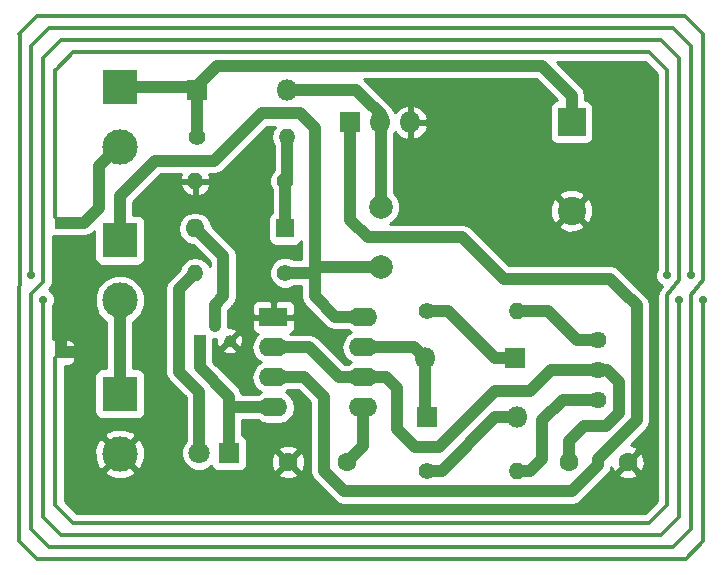
<source format=gbl>
%TF.GenerationSoftware,KiCad,Pcbnew,no-vcs-found-e2d3fce~60~ubuntu14.04.1*%
%TF.CreationDate,2017-09-23T20:39:15-03:00*%
%TF.ProjectId,RFIDZapper,524649445A61707065722E6B69636164,rev?*%
%TF.SameCoordinates,Original*%
%TF.FileFunction,Copper,L2,Bot,Signal*%
%TF.FilePolarity,Positive*%
%FSLAX46Y46*%
G04 Gerber Fmt 4.6, Leading zero omitted, Abs format (unit mm)*
G04 Created by KiCad (PCBNEW no-vcs-found-e2d3fce~60~ubuntu14.04.1) date Sat Sep 23 20:39:15 2017*
%MOMM*%
%LPD*%
G01*
G04 APERTURE LIST*
%TA.AperFunction,EtchedComponent*%
%ADD10C,0.360000*%
%TD*%
%TA.AperFunction,ComponentPad*%
%ADD11C,0.700000*%
%TD*%
%TA.AperFunction,SMDPad,CuDef*%
%ADD12R,1.000000X1.000000*%
%TD*%
%TA.AperFunction,ComponentPad*%
%ADD13R,1.800000X1.800000*%
%TD*%
%TA.AperFunction,ComponentPad*%
%ADD14O,1.800000X1.800000*%
%TD*%
%TA.AperFunction,ComponentPad*%
%ADD15R,1.000000X1.000000*%
%TD*%
%TA.AperFunction,ComponentPad*%
%ADD16C,1.000000*%
%TD*%
%TA.AperFunction,ComponentPad*%
%ADD17O,1.400000X1.400000*%
%TD*%
%TA.AperFunction,ComponentPad*%
%ADD18C,1.400000*%
%TD*%
%TA.AperFunction,ComponentPad*%
%ADD19C,3.000000*%
%TD*%
%TA.AperFunction,ComponentPad*%
%ADD20R,3.000000X3.000000*%
%TD*%
%TA.AperFunction,ComponentPad*%
%ADD21C,1.600000*%
%TD*%
%TA.AperFunction,ComponentPad*%
%ADD22C,2.400000*%
%TD*%
%TA.AperFunction,ComponentPad*%
%ADD23R,2.400000X2.400000*%
%TD*%
%TA.AperFunction,ComponentPad*%
%ADD24C,1.800000*%
%TD*%
%TA.AperFunction,ComponentPad*%
%ADD25C,1.998980*%
%TD*%
%TA.AperFunction,ComponentPad*%
%ADD26C,1.440000*%
%TD*%
%TA.AperFunction,ComponentPad*%
%ADD27O,2.400000X1.600000*%
%TD*%
%TA.AperFunction,ComponentPad*%
%ADD28R,2.400000X1.600000*%
%TD*%
%TA.AperFunction,ComponentPad*%
%ADD29O,1.600000X1.600000*%
%TD*%
%TA.AperFunction,ComponentPad*%
%ADD30R,1.600000X1.600000*%
%TD*%
%TA.AperFunction,Conductor*%
%ADD31C,1.000000*%
%TD*%
%TA.AperFunction,Conductor*%
%ADD32C,0.254000*%
%TD*%
G04 APERTURE END LIST*
D10*
%TO.C,AE1*%
X121544000Y-156056000D02*
X123044000Y-154556000D01*
X66644000Y-156056000D02*
X65144000Y-154556000D01*
X123034000Y-111556000D02*
X121534000Y-110056000D01*
X65144000Y-111566000D02*
X66644000Y-110056000D01*
X67664000Y-155036000D02*
X66164000Y-153526000D01*
X68684000Y-154016000D02*
X67184000Y-152516000D01*
X120524000Y-155036000D02*
X122024000Y-153536000D01*
X119504000Y-154016000D02*
X121004000Y-152516000D01*
X122024000Y-112576000D02*
X120524000Y-111076000D01*
X121004000Y-113596000D02*
X119504000Y-112096000D01*
X66164000Y-112566000D02*
X67664000Y-111076000D01*
X67184000Y-113596000D02*
X68684000Y-112096000D01*
X119504000Y-154016000D02*
X68684000Y-154016000D01*
X120524000Y-155036000D02*
X67664000Y-155036000D01*
X66644000Y-156056000D02*
X121544000Y-156056000D01*
X121534000Y-110056000D02*
X66644000Y-110056000D01*
X67664000Y-111076000D02*
X120524000Y-111076000D01*
X119504000Y-112096000D02*
X68684000Y-112096000D01*
X118484000Y-152986000D02*
X119984000Y-151486000D01*
X119984000Y-114616000D02*
X118484000Y-113116000D01*
X68204000Y-114616000D02*
X69704000Y-113116000D01*
X69694000Y-152996000D02*
X68194000Y-151496000D01*
X118484000Y-152986000D02*
X69694000Y-152996000D01*
X118484000Y-113116000D02*
X69704000Y-113116000D01*
X66164000Y-133566000D02*
X67184000Y-132546000D01*
X67184000Y-113596000D02*
X67184000Y-132546000D01*
X66164000Y-133566000D02*
X66164000Y-153526000D01*
X68192000Y-127056000D02*
X68692000Y-127556000D01*
X68192000Y-114614000D02*
X68192000Y-127056000D01*
X68192000Y-139056000D02*
X68712000Y-138546000D01*
X68192000Y-151508000D02*
X68192000Y-139056000D01*
X65156000Y-111566000D02*
X65146000Y-154544000D01*
X66164000Y-112566000D02*
X66164000Y-132036000D01*
X67184000Y-134076000D02*
X67184000Y-152516000D01*
X119984000Y-114616000D02*
X119984000Y-132036000D01*
X121004000Y-134076000D02*
X121004000Y-152516000D01*
X123044000Y-134076000D02*
X123044000Y-154556000D01*
X122024000Y-112576000D02*
X122024000Y-132036000D01*
X121004000Y-132446000D02*
X119984000Y-133666000D01*
X121004000Y-113596000D02*
X121004000Y-132446000D01*
X119984000Y-133666000D02*
X119984000Y-151486000D01*
X122024000Y-133666000D02*
X122024000Y-153536000D01*
X123034000Y-132446000D02*
X122024000Y-133666000D01*
X123034000Y-111556000D02*
X123034000Y-132446000D01*
%TD*%
D11*
%TO.P,AE1,*%
%TO.N,*%
X123044000Y-134076000D03*
X122024000Y-132036000D03*
X121004000Y-134076000D03*
X119984000Y-132036000D03*
X67184000Y-134076000D03*
X66164000Y-132036000D03*
D12*
%TO.P,AE1,2*%
%TO.N,GNDPWR*%
X68692000Y-138556000D03*
%TO.P,AE1,1*%
%TO.N,Net-(AE1-Pad1)*%
X68692000Y-127556000D03*
%TD*%
D13*
%TO.P,D3,1*%
%TO.N,/VHI*%
X80194000Y-116306000D03*
D14*
%TO.P,D3,2*%
%TO.N,Net-(D3-Pad2)*%
X87814000Y-116306000D03*
%TD*%
D15*
%TO.P,Q1,1*%
%TO.N,RST*%
X80394000Y-137556000D03*
D16*
%TO.P,Q1,3*%
%TO.N,GNDPWR*%
X82934000Y-137556000D03*
%TO.P,Q1,2*%
%TO.N,Net-(DZ1-Pad2)*%
X81664000Y-136286000D03*
%TD*%
D17*
%TO.P,R8,2*%
%TO.N,Net-(DZ1-Pad1)*%
X87814000Y-120306000D03*
D18*
%TO.P,R8,1*%
%TO.N,/VHI*%
X80194000Y-120306000D03*
%TD*%
D17*
%TO.P,R3,2*%
%TO.N,Net-(R2-Pad1)*%
X107264000Y-148556000D03*
D18*
%TO.P,R3,1*%
%TO.N,Net-(D2-Pad2)*%
X99644000Y-148556000D03*
%TD*%
D14*
%TO.P,Q2,3*%
%TO.N,GNDPWR*%
X98224000Y-119056000D03*
%TO.P,Q2,2*%
%TO.N,Net-(D3-Pad2)*%
X95684000Y-119056000D03*
D13*
%TO.P,Q2,1*%
%TO.N,PWM*%
X93144000Y-119056000D03*
%TD*%
D19*
%TO.P,BT1,2*%
%TO.N,GNDPWR*%
X73644000Y-147136000D03*
D20*
%TO.P,BT1,1*%
%TO.N,/VCC*%
X73644000Y-142056000D03*
%TD*%
D21*
%TO.P,C1,2*%
%TO.N,/THR*%
X111644000Y-147806000D03*
%TO.P,C1,1*%
%TO.N,GNDPWR*%
X116644000Y-147806000D03*
%TD*%
%TO.P,C2,1*%
%TO.N,/CV*%
X92894000Y-147806000D03*
%TO.P,C2,2*%
%TO.N,GNDPWR*%
X87894000Y-147806000D03*
%TD*%
D22*
%TO.P,C3,2*%
%TO.N,GNDPWR*%
X111894000Y-126556000D03*
D23*
%TO.P,C3,1*%
%TO.N,/VHI*%
X111894000Y-119056000D03*
%TD*%
D24*
%TO.P,DL1,2*%
%TO.N,Net-(DL1-Pad2)*%
X80354000Y-147056000D03*
D13*
%TO.P,DL1,1*%
%TO.N,RST*%
X82894000Y-147056000D03*
%TD*%
D25*
%TO.P,L1,2*%
%TO.N,Net-(D3-Pad2)*%
X95724000Y-126226000D03*
%TO.P,L1,1*%
%TO.N,/VLO*%
X95724000Y-131306000D03*
%TD*%
D17*
%TO.P,R1,2*%
%TO.N,Net-(R1-Pad2)*%
X107264000Y-135056000D03*
D18*
%TO.P,R1,1*%
%TO.N,Net-(D1-Pad1)*%
X99644000Y-135056000D03*
%TD*%
D26*
%TO.P,R2,3*%
%TO.N,Net-(R1-Pad2)*%
X114144000Y-137476000D03*
%TO.P,R2,2*%
%TO.N,/THR*%
X114144000Y-140016000D03*
%TO.P,R2,1*%
%TO.N,Net-(R2-Pad1)*%
X114144000Y-142556000D03*
%TD*%
D18*
%TO.P,R6,1*%
%TO.N,/VLO*%
X87644000Y-131806000D03*
D17*
%TO.P,R6,2*%
%TO.N,Net-(DL1-Pad2)*%
X80024000Y-131806000D03*
%TD*%
%TO.P,R9,2*%
%TO.N,GNDPWR*%
X80024000Y-124056000D03*
D18*
%TO.P,R9,1*%
%TO.N,Net-(DZ1-Pad1)*%
X87644000Y-124056000D03*
%TD*%
D20*
%TO.P,SW_SPST1,1*%
%TO.N,/VLO*%
X73644000Y-129056000D03*
D19*
%TO.P,SW_SPST1,2*%
%TO.N,/VCC*%
X73644000Y-134136000D03*
%TD*%
%TO.P,SW_SPST3,2*%
%TO.N,Net-(AE1-Pad1)*%
X73644000Y-121136000D03*
D20*
%TO.P,SW_SPST3,1*%
%TO.N,/VHI*%
X73644000Y-116056000D03*
%TD*%
D27*
%TO.P,U1,8*%
%TO.N,/VLO*%
X94264000Y-135556000D03*
%TO.P,U1,4*%
%TO.N,RST*%
X86644000Y-143176000D03*
%TO.P,U1,7*%
%TO.N,/DIS*%
X94264000Y-138096000D03*
%TO.P,U1,3*%
%TO.N,PWM*%
X86644000Y-140636000D03*
%TO.P,U1,6*%
%TO.N,/THR*%
X94264000Y-140636000D03*
%TO.P,U1,2*%
X86644000Y-138096000D03*
%TO.P,U1,5*%
%TO.N,/CV*%
X94264000Y-143176000D03*
D28*
%TO.P,U1,1*%
%TO.N,GNDPWR*%
X86644000Y-135556000D03*
%TD*%
D14*
%TO.P,D1,2*%
%TO.N,/DIS*%
X99524000Y-139056000D03*
D13*
%TO.P,D1,1*%
%TO.N,Net-(D1-Pad1)*%
X107144000Y-139056000D03*
%TD*%
D14*
%TO.P,D2,2*%
%TO.N,Net-(D2-Pad2)*%
X107264000Y-144056000D03*
D13*
%TO.P,D2,1*%
%TO.N,/DIS*%
X99644000Y-144056000D03*
%TD*%
D29*
%TO.P,DZ1,2*%
%TO.N,Net-(DZ1-Pad2)*%
X80024000Y-128056000D03*
D30*
%TO.P,DZ1,1*%
%TO.N,Net-(DZ1-Pad1)*%
X87644000Y-128056000D03*
%TD*%
D31*
%TO.N,Net-(AE1-Pad1)*%
X68692000Y-127556000D02*
X70644000Y-127556000D01*
X70644000Y-127556000D02*
X71894000Y-126306000D01*
X71894000Y-126306000D02*
X71894000Y-122806000D01*
X73564000Y-121136000D02*
X71894000Y-122806000D01*
X73644000Y-121136000D02*
X73564000Y-121136000D01*
X73564000Y-121136000D02*
X73644000Y-121136000D01*
%TO.N,GNDPWR*%
X68692000Y-138556000D02*
X68692000Y-135758000D01*
X70894000Y-138556000D02*
X70144000Y-138556000D01*
X70894000Y-135806000D02*
X70894000Y-138556000D01*
X68740000Y-135806000D02*
X70894000Y-135806000D01*
X68692000Y-135758000D02*
X68740000Y-135806000D01*
X68692000Y-138556000D02*
X70144000Y-138556000D01*
X70144000Y-138556000D02*
X69442000Y-138556000D01*
%TO.N,/VHI*%
X111894000Y-119056000D02*
X111894000Y-116806000D01*
X111894000Y-116806000D02*
X109394000Y-114306000D01*
X104394000Y-114306000D02*
X109394000Y-114306000D01*
X104394000Y-114306000D02*
X104144000Y-114306000D01*
X80194000Y-116306000D02*
X80194000Y-116006000D01*
X80194000Y-116006000D02*
X81894000Y-114306000D01*
X81894000Y-114306000D02*
X104144000Y-114306000D01*
X73644000Y-116056000D02*
X79944000Y-116056000D01*
X79944000Y-116056000D02*
X80194000Y-116306000D01*
X80194000Y-120306000D02*
X80194000Y-116306000D01*
%TO.N,Net-(D1-Pad1)*%
X107144000Y-139056000D02*
X105394000Y-139056000D01*
X101394000Y-135056000D02*
X99644000Y-135056000D01*
X105394000Y-139056000D02*
X101394000Y-135056000D01*
%TO.N,Net-(D2-Pad2)*%
X99644000Y-148556000D02*
X100894000Y-148556000D01*
X105394000Y-144056000D02*
X107264000Y-144056000D01*
X100894000Y-148556000D02*
X105394000Y-144056000D01*
%TO.N,Net-(D3-Pad2)*%
X95724000Y-126226000D02*
X95724000Y-118386000D01*
X95724000Y-118386000D02*
X94394000Y-117056000D01*
X87814000Y-116306000D02*
X93644000Y-116306000D01*
X93644000Y-116306000D02*
X94394000Y-117056000D01*
%TO.N,/VCC*%
X73644000Y-142056000D02*
X73644000Y-134136000D01*
%TO.N,/THR*%
X115894000Y-141056000D02*
X115894000Y-143684676D01*
X115894000Y-143684676D02*
X114833338Y-144745338D01*
X114144000Y-140016000D02*
X114854000Y-140016000D01*
X114854000Y-140016000D02*
X115894000Y-141056000D01*
X111644000Y-147806000D02*
X111644000Y-146056000D01*
X111644000Y-146056000D02*
X112954662Y-144745338D01*
X112954662Y-144745338D02*
X114833338Y-144745338D01*
X111394000Y-140016000D02*
X111394000Y-140056000D01*
X111394000Y-140056000D02*
X111394000Y-140016000D01*
X114144000Y-140016000D02*
X111394000Y-140016000D01*
X111394000Y-140016000D02*
X110184000Y-140016000D01*
X110184000Y-140016000D02*
X108394000Y-141806000D01*
X106894000Y-141806000D02*
X108394000Y-141806000D01*
X96224000Y-140636000D02*
X97144000Y-141556000D01*
X97144000Y-141556000D02*
X97144000Y-145056000D01*
X97144000Y-145056000D02*
X98644000Y-146556000D01*
X98644000Y-146556000D02*
X100644000Y-146556000D01*
X100644000Y-146556000D02*
X105394000Y-141806000D01*
X105394000Y-141806000D02*
X106894000Y-141806000D01*
X94264000Y-140636000D02*
X96224000Y-140636000D01*
%TO.N,/VLO*%
X87394000Y-118306000D02*
X85644000Y-118306000D01*
X85644000Y-118306000D02*
X81644000Y-122306000D01*
X90144000Y-132806000D02*
X90144000Y-133806000D01*
X90144000Y-133806000D02*
X91894000Y-135556000D01*
X91894000Y-135556000D02*
X94264000Y-135556000D01*
X95724000Y-131306000D02*
X90144000Y-131306000D01*
X90144000Y-131306000D02*
X90644000Y-131306000D01*
X90644000Y-131306000D02*
X90144000Y-131306000D01*
X87644000Y-131806000D02*
X90144000Y-131806000D01*
X90144000Y-131806000D02*
X90144000Y-132056000D01*
X90144000Y-119556000D02*
X90144000Y-131306000D01*
X90144000Y-131306000D02*
X90144000Y-132056000D01*
X90144000Y-132056000D02*
X90144000Y-132806000D01*
X80894000Y-122306000D02*
X81644000Y-122306000D01*
X87394000Y-118306000D02*
X88894000Y-118306000D01*
X88894000Y-118306000D02*
X90144000Y-119556000D01*
X73644000Y-126556000D02*
X73644000Y-125306000D01*
X73644000Y-125306000D02*
X76644000Y-122306000D01*
X76644000Y-122306000D02*
X78894000Y-122306000D01*
X73644000Y-129056000D02*
X73644000Y-126556000D01*
X78894000Y-122306000D02*
X80894000Y-122306000D01*
%TO.N,/DIS*%
X99524000Y-139056000D02*
X99524000Y-143936000D01*
X94264000Y-138096000D02*
X98564000Y-138096000D01*
X98564000Y-138096000D02*
X99524000Y-139056000D01*
X99380000Y-143880000D02*
X99500000Y-144000000D01*
X99524000Y-143936000D02*
X99644000Y-144056000D01*
%TO.N,/THR*%
X94264000Y-140636000D02*
X92224000Y-140636000D01*
X92224000Y-140636000D02*
X89684000Y-138096000D01*
X89684000Y-138096000D02*
X86644000Y-138096000D01*
%TO.N,/CV*%
X94264000Y-143176000D02*
X94264000Y-146436000D01*
X94264000Y-146436000D02*
X92894000Y-147806000D01*
%TO.N,Net-(DL1-Pad2)*%
X80354000Y-147056000D02*
X80354000Y-141887324D01*
X80354000Y-141887324D02*
X78644000Y-140177324D01*
X78644000Y-140177324D02*
X78644000Y-133186000D01*
X78644000Y-133186000D02*
X80024000Y-131806000D01*
X80024000Y-131806000D02*
X80024000Y-131936000D01*
%TO.N,RST*%
X86644000Y-143176000D02*
X82894000Y-143176000D01*
X82894000Y-143176000D02*
X83014000Y-143056000D01*
X83014000Y-143056000D02*
X83144000Y-143056000D01*
X83144000Y-143056000D02*
X82894000Y-143056000D01*
X80394000Y-137556000D02*
X80394000Y-139806000D01*
X80394000Y-139806000D02*
X82894000Y-142306000D01*
X82894000Y-142306000D02*
X82894000Y-143056000D01*
X82894000Y-143056000D02*
X82894000Y-147056000D01*
%TO.N,Net-(DZ1-Pad2)*%
X81664000Y-136286000D02*
X81664000Y-134536000D01*
X81664000Y-134536000D02*
X82394000Y-133806000D01*
X82394000Y-133806000D02*
X82394000Y-130426000D01*
X82394000Y-130426000D02*
X80024000Y-128056000D01*
%TO.N,Net-(DZ1-Pad1)*%
X87644000Y-128056000D02*
X87644000Y-124056000D01*
X87814000Y-120306000D02*
X87814000Y-123886000D01*
X87814000Y-123886000D02*
X87644000Y-124056000D01*
X87644000Y-124056000D02*
X87644000Y-124056002D01*
X87814000Y-123886000D02*
X87644000Y-124056000D01*
X87694000Y-120426000D02*
X87814000Y-120306000D01*
%TO.N,PWM*%
X102644000Y-128806000D02*
X106144000Y-132306000D01*
X106144000Y-132306000D02*
X115144000Y-132306000D01*
X115144000Y-132306000D02*
X116269000Y-133431000D01*
X93144000Y-126556000D02*
X93144000Y-127306000D01*
X93144000Y-127306000D02*
X94644000Y-128806000D01*
X86644000Y-140636000D02*
X89224000Y-140636000D01*
X111894000Y-150306000D02*
X114144000Y-148056000D01*
X93894000Y-150306000D02*
X92644000Y-150306000D01*
X92644000Y-150306000D02*
X90894000Y-148556000D01*
X90894000Y-148556000D02*
X90894000Y-142306000D01*
X90894000Y-142306000D02*
X90394000Y-141806000D01*
X93144000Y-123306000D02*
X93144000Y-119056000D01*
X93144000Y-120806000D02*
X93144000Y-123306000D01*
X93144000Y-123306000D02*
X93144000Y-126556000D01*
X93144000Y-126556000D02*
X93144000Y-127306000D01*
X93144000Y-127306000D02*
X94644000Y-128806000D01*
X102644000Y-128806000D02*
X94644000Y-128806000D01*
X116269000Y-133431000D02*
X117394000Y-134556000D01*
X86644000Y-140636000D02*
X89224000Y-140636000D01*
X89224000Y-140636000D02*
X90394000Y-141806000D01*
X93894000Y-150306000D02*
X111894000Y-150306000D01*
X114144000Y-148056000D02*
X114144000Y-147556000D01*
X114144000Y-147556000D02*
X117394000Y-144306000D01*
X117394000Y-144306000D02*
X117394000Y-134556000D01*
%TO.N,Net-(R1-Pad2)*%
X114144000Y-137476000D02*
X112314000Y-137476000D01*
X112314000Y-137476000D02*
X109894000Y-135056000D01*
X107264000Y-135056000D02*
X109894000Y-135056000D01*
%TO.N,Net-(R2-Pad1)*%
X114144000Y-142556000D02*
X111144000Y-142556000D01*
X111144000Y-142556000D02*
X109394000Y-144306000D01*
X109394000Y-144306000D02*
X109394000Y-147556000D01*
X109394000Y-147556000D02*
X108394000Y-148556000D01*
X108394000Y-148556000D02*
X107264000Y-148556000D01*
%TD*%
D32*
%TO.N,GNDPWR*%
G36*
X119169000Y-114953584D02*
X119169000Y-131457793D01*
X119149445Y-131477314D01*
X118999172Y-131839212D01*
X118998830Y-132231069D01*
X119148471Y-132593229D01*
X119425314Y-132870555D01*
X119545130Y-132920307D01*
X119358741Y-133143242D01*
X119299588Y-133251520D01*
X119231038Y-133354113D01*
X119223879Y-133390106D01*
X119206285Y-133422311D01*
X119193071Y-133544986D01*
X119169000Y-133666000D01*
X119169000Y-151148416D01*
X118146347Y-152171069D01*
X70031515Y-152180931D01*
X69007000Y-151156416D01*
X69007000Y-148649970D01*
X72309635Y-148649970D01*
X72469418Y-148968739D01*
X73260187Y-149278723D01*
X74109387Y-149262497D01*
X74818582Y-148968739D01*
X74896272Y-148813745D01*
X87065861Y-148813745D01*
X87139995Y-149059864D01*
X87677223Y-149252965D01*
X88247454Y-149225778D01*
X88648005Y-149059864D01*
X88722139Y-148813745D01*
X87894000Y-147985605D01*
X87065861Y-148813745D01*
X74896272Y-148813745D01*
X74978365Y-148649970D01*
X73644000Y-147315605D01*
X72309635Y-148649970D01*
X69007000Y-148649970D01*
X69007000Y-146752187D01*
X71501277Y-146752187D01*
X71517503Y-147601387D01*
X71811261Y-148310582D01*
X72130030Y-148470365D01*
X73464395Y-147136000D01*
X73823605Y-147136000D01*
X75157970Y-148470365D01*
X75476739Y-148310582D01*
X75786723Y-147519813D01*
X75770497Y-146670613D01*
X75476739Y-145961418D01*
X75157970Y-145801635D01*
X73823605Y-147136000D01*
X73464395Y-147136000D01*
X72130030Y-145801635D01*
X71811261Y-145961418D01*
X71501277Y-146752187D01*
X69007000Y-146752187D01*
X69007000Y-145622030D01*
X72309635Y-145622030D01*
X73644000Y-146956395D01*
X74978365Y-145622030D01*
X74818582Y-145303261D01*
X74027813Y-144993277D01*
X73178613Y-145009503D01*
X72469418Y-145303261D01*
X72309635Y-145622030D01*
X69007000Y-145622030D01*
X69007000Y-140556000D01*
X71496560Y-140556000D01*
X71496560Y-143556000D01*
X71545843Y-143803765D01*
X71686191Y-144013809D01*
X71896235Y-144154157D01*
X72144000Y-144203440D01*
X75144000Y-144203440D01*
X75391765Y-144154157D01*
X75601809Y-144013809D01*
X75742157Y-143803765D01*
X75791440Y-143556000D01*
X75791440Y-140556000D01*
X75742157Y-140308235D01*
X75601809Y-140098191D01*
X75391765Y-139957843D01*
X75144000Y-139908560D01*
X74779000Y-139908560D01*
X74779000Y-135977100D01*
X74851800Y-135947020D01*
X75452909Y-135346959D01*
X75778628Y-134562541D01*
X75779370Y-133713185D01*
X75455020Y-132928200D01*
X74854959Y-132327091D01*
X74070541Y-132001372D01*
X73221185Y-132000630D01*
X72436200Y-132324980D01*
X71835091Y-132925041D01*
X71509372Y-133709459D01*
X71508630Y-134558815D01*
X71832980Y-135343800D01*
X72433041Y-135944909D01*
X72509000Y-135976450D01*
X72509000Y-139908560D01*
X72144000Y-139908560D01*
X71896235Y-139957843D01*
X71686191Y-140098191D01*
X71545843Y-140308235D01*
X71496560Y-140556000D01*
X69007000Y-140556000D01*
X69007000Y-139691000D01*
X69318309Y-139691000D01*
X69551698Y-139594327D01*
X69730327Y-139415699D01*
X69827000Y-139182310D01*
X69827000Y-138841750D01*
X69668250Y-138683000D01*
X69499979Y-138683000D01*
X69526961Y-138553912D01*
X69503373Y-138429000D01*
X69668250Y-138429000D01*
X69827000Y-138270250D01*
X69827000Y-137929690D01*
X69730327Y-137696301D01*
X69551698Y-137517673D01*
X69318309Y-137421000D01*
X68977750Y-137421000D01*
X68819000Y-137579750D01*
X68819000Y-137751751D01*
X68719912Y-137731039D01*
X68565000Y-137760292D01*
X68565000Y-137579750D01*
X68406250Y-137421000D01*
X68065691Y-137421000D01*
X67999000Y-137448624D01*
X67999000Y-134654207D01*
X68018555Y-134634686D01*
X68168828Y-134272788D01*
X68169170Y-133880931D01*
X68019529Y-133518771D01*
X67742686Y-133241445D01*
X67670933Y-133211651D01*
X67760292Y-133122292D01*
X67936962Y-132857887D01*
X67999000Y-132546000D01*
X67999000Y-128665050D01*
X68192000Y-128703440D01*
X69192000Y-128703440D01*
X69254541Y-128691000D01*
X70644000Y-128691000D01*
X71078346Y-128604603D01*
X71446566Y-128358566D01*
X71496560Y-128308572D01*
X71496560Y-130556000D01*
X71545843Y-130803765D01*
X71686191Y-131013809D01*
X71896235Y-131154157D01*
X72144000Y-131203440D01*
X75144000Y-131203440D01*
X75391765Y-131154157D01*
X75601809Y-131013809D01*
X75742157Y-130803765D01*
X75791440Y-130556000D01*
X75791440Y-127556000D01*
X75742157Y-127308235D01*
X75601809Y-127098191D01*
X75391765Y-126957843D01*
X75144000Y-126908560D01*
X74779000Y-126908560D01*
X74779000Y-125776132D01*
X76165803Y-124389329D01*
X78731284Y-124389329D01*
X78874203Y-124734396D01*
X79221337Y-125122764D01*
X79690669Y-125348727D01*
X79897000Y-125226206D01*
X79897000Y-124183000D01*
X80151000Y-124183000D01*
X80151000Y-125226206D01*
X80357331Y-125348727D01*
X80826663Y-125122764D01*
X81173797Y-124734396D01*
X81316716Y-124389329D01*
X81193374Y-124183000D01*
X80151000Y-124183000D01*
X79897000Y-124183000D01*
X78854626Y-124183000D01*
X78731284Y-124389329D01*
X76165803Y-124389329D01*
X77114132Y-123441000D01*
X78847946Y-123441000D01*
X78731284Y-123722671D01*
X78854626Y-123929000D01*
X79897000Y-123929000D01*
X79897000Y-123909000D01*
X80151000Y-123909000D01*
X80151000Y-123929000D01*
X81193374Y-123929000D01*
X81316716Y-123722671D01*
X81200054Y-123441000D01*
X81644000Y-123441000D01*
X82078346Y-123354603D01*
X82446566Y-123108566D01*
X86114132Y-119441000D01*
X86791080Y-119441000D01*
X86554467Y-119795118D01*
X86452846Y-120306000D01*
X86554467Y-120816882D01*
X86679000Y-121003260D01*
X86679000Y-123132987D01*
X86512902Y-123298796D01*
X86309232Y-123789287D01*
X86308769Y-124320383D01*
X86509000Y-124804980D01*
X86509000Y-126716132D01*
X86386191Y-126798191D01*
X86245843Y-127008235D01*
X86196560Y-127256000D01*
X86196560Y-128856000D01*
X86245843Y-129103765D01*
X86386191Y-129313809D01*
X86596235Y-129454157D01*
X86844000Y-129503440D01*
X88444000Y-129503440D01*
X88691765Y-129454157D01*
X88901809Y-129313809D01*
X89009000Y-129153388D01*
X89009000Y-130671000D01*
X88391807Y-130671000D01*
X87910713Y-130471232D01*
X87379617Y-130470769D01*
X86888771Y-130673582D01*
X86512902Y-131048796D01*
X86309232Y-131539287D01*
X86308769Y-132070383D01*
X86511582Y-132561229D01*
X86886796Y-132937098D01*
X87377287Y-133140768D01*
X87908383Y-133141231D01*
X88392980Y-132941000D01*
X89009000Y-132941000D01*
X89009000Y-133806000D01*
X89095397Y-134240346D01*
X89308191Y-134558815D01*
X89341434Y-134608566D01*
X91091434Y-136358566D01*
X91459654Y-136604603D01*
X91894000Y-136691000D01*
X92993396Y-136691000D01*
X93195438Y-136826000D01*
X92813352Y-137081302D01*
X92502283Y-137546849D01*
X92393050Y-138096000D01*
X92502283Y-138645151D01*
X92813352Y-139110698D01*
X93195438Y-139366000D01*
X92993396Y-139501000D01*
X92694133Y-139501000D01*
X90486566Y-137293434D01*
X90358190Y-137207656D01*
X90118346Y-137047397D01*
X89684000Y-136961000D01*
X88042735Y-136961000D01*
X88203698Y-136894327D01*
X88382327Y-136715699D01*
X88479000Y-136482310D01*
X88479000Y-135841750D01*
X88320250Y-135683000D01*
X86771000Y-135683000D01*
X86771000Y-135703000D01*
X86517000Y-135703000D01*
X86517000Y-135683000D01*
X84967750Y-135683000D01*
X84809000Y-135841750D01*
X84809000Y-136482310D01*
X84905673Y-136715699D01*
X85084302Y-136894327D01*
X85317691Y-136991000D01*
X85328498Y-136991000D01*
X85193352Y-137081302D01*
X84882283Y-137546849D01*
X84773050Y-138096000D01*
X84882283Y-138645151D01*
X85193352Y-139110698D01*
X85575438Y-139366000D01*
X85193352Y-139621302D01*
X84882283Y-140086849D01*
X84773050Y-140636000D01*
X84882283Y-141185151D01*
X85193352Y-141650698D01*
X85575438Y-141906000D01*
X85373396Y-142041000D01*
X83976288Y-142041000D01*
X83942603Y-141871654D01*
X83696566Y-141503434D01*
X81529000Y-139335868D01*
X81529000Y-138346104D01*
X82323501Y-138346104D01*
X82360648Y-138561217D01*
X82788972Y-138704112D01*
X83239375Y-138672217D01*
X83507352Y-138561217D01*
X83544499Y-138346104D01*
X82934000Y-137735605D01*
X82323501Y-138346104D01*
X81529000Y-138346104D01*
X81529000Y-138118541D01*
X81541440Y-138056000D01*
X81541440Y-137420894D01*
X81786606Y-137421108D01*
X81817783Y-137861375D01*
X81928783Y-138129352D01*
X82143896Y-138166499D01*
X82754395Y-137556000D01*
X83113605Y-137556000D01*
X83724104Y-138166499D01*
X83939217Y-138129352D01*
X84082112Y-137701028D01*
X84050217Y-137250625D01*
X83939217Y-136982648D01*
X83724104Y-136945501D01*
X83113605Y-137556000D01*
X82754395Y-137556000D01*
X82740253Y-137541858D01*
X82919858Y-137362253D01*
X82934000Y-137376395D01*
X83544499Y-136765896D01*
X83507352Y-136550783D01*
X83079028Y-136407888D01*
X82798877Y-136427727D01*
X82799197Y-136061225D01*
X82799000Y-136060748D01*
X82799000Y-135006132D01*
X83175442Y-134629690D01*
X84809000Y-134629690D01*
X84809000Y-135270250D01*
X84967750Y-135429000D01*
X86517000Y-135429000D01*
X86517000Y-134279750D01*
X86771000Y-134279750D01*
X86771000Y-135429000D01*
X88320250Y-135429000D01*
X88479000Y-135270250D01*
X88479000Y-134629690D01*
X88382327Y-134396301D01*
X88203698Y-134217673D01*
X87970309Y-134121000D01*
X86929750Y-134121000D01*
X86771000Y-134279750D01*
X86517000Y-134279750D01*
X86358250Y-134121000D01*
X85317691Y-134121000D01*
X85084302Y-134217673D01*
X84905673Y-134396301D01*
X84809000Y-134629690D01*
X83175442Y-134629690D01*
X83196566Y-134608566D01*
X83229809Y-134558815D01*
X83442603Y-134240346D01*
X83529000Y-133806000D01*
X83529000Y-130426000D01*
X83442603Y-129991654D01*
X83196566Y-129623434D01*
X81451849Y-127878717D01*
X81377880Y-127506849D01*
X81066811Y-127041302D01*
X80601264Y-126730233D01*
X80052113Y-126621000D01*
X79995887Y-126621000D01*
X79446736Y-126730233D01*
X78981189Y-127041302D01*
X78670120Y-127506849D01*
X78560887Y-128056000D01*
X78670120Y-128605151D01*
X78981189Y-129070698D01*
X79446736Y-129381767D01*
X79818604Y-129455736D01*
X81259000Y-130896132D01*
X81259000Y-131258402D01*
X80994142Y-130862012D01*
X80561036Y-130572621D01*
X80050154Y-130471000D01*
X79997846Y-130471000D01*
X79486964Y-130572621D01*
X79053858Y-130862012D01*
X78764467Y-131295118D01*
X78723427Y-131501441D01*
X77841434Y-132383434D01*
X77595397Y-132751654D01*
X77509000Y-133186000D01*
X77509000Y-140177324D01*
X77595397Y-140611670D01*
X77690121Y-140753434D01*
X77841434Y-140979890D01*
X79219000Y-142357456D01*
X79219000Y-146020095D01*
X79053449Y-146185357D01*
X78819267Y-146749330D01*
X78818735Y-147359991D01*
X79051932Y-147924371D01*
X79483357Y-148356551D01*
X80047330Y-148590733D01*
X80657991Y-148591265D01*
X81222371Y-148358068D01*
X81392712Y-148188025D01*
X81395843Y-148203765D01*
X81536191Y-148413809D01*
X81746235Y-148554157D01*
X81994000Y-148603440D01*
X83794000Y-148603440D01*
X84041765Y-148554157D01*
X84251809Y-148413809D01*
X84392157Y-148203765D01*
X84441440Y-147956000D01*
X84441440Y-147589223D01*
X86447035Y-147589223D01*
X86474222Y-148159454D01*
X86640136Y-148560005D01*
X86886255Y-148634139D01*
X87714395Y-147806000D01*
X88073605Y-147806000D01*
X88901745Y-148634139D01*
X89147864Y-148560005D01*
X89340965Y-148022777D01*
X89313778Y-147452546D01*
X89147864Y-147051995D01*
X88901745Y-146977861D01*
X88073605Y-147806000D01*
X87714395Y-147806000D01*
X86886255Y-146977861D01*
X86640136Y-147051995D01*
X86447035Y-147589223D01*
X84441440Y-147589223D01*
X84441440Y-146798255D01*
X87065861Y-146798255D01*
X87894000Y-147626395D01*
X88722139Y-146798255D01*
X88648005Y-146552136D01*
X88110777Y-146359035D01*
X87540546Y-146386222D01*
X87139995Y-146552136D01*
X87065861Y-146798255D01*
X84441440Y-146798255D01*
X84441440Y-146156000D01*
X84392157Y-145908235D01*
X84251809Y-145698191D01*
X84041765Y-145557843D01*
X84029000Y-145555304D01*
X84029000Y-144311000D01*
X85373396Y-144311000D01*
X85658899Y-144501767D01*
X86208050Y-144611000D01*
X87079950Y-144611000D01*
X87629101Y-144501767D01*
X88094648Y-144190698D01*
X88405717Y-143725151D01*
X88514950Y-143176000D01*
X88405717Y-142626849D01*
X88094648Y-142161302D01*
X87712562Y-141906000D01*
X87914604Y-141771000D01*
X88753868Y-141771000D01*
X89759000Y-142776132D01*
X89759000Y-148556000D01*
X89845397Y-148990346D01*
X89979470Y-149191000D01*
X90091434Y-149358566D01*
X91841434Y-151108566D01*
X92209654Y-151354603D01*
X92644000Y-151441000D01*
X111894000Y-151441000D01*
X112328346Y-151354603D01*
X112696566Y-151108566D01*
X114946567Y-148858566D01*
X114976515Y-148813745D01*
X115815861Y-148813745D01*
X115889995Y-149059864D01*
X116427223Y-149252965D01*
X116997454Y-149225778D01*
X117398005Y-149059864D01*
X117472139Y-148813745D01*
X116644000Y-147985605D01*
X115815861Y-148813745D01*
X114976515Y-148813745D01*
X115192604Y-148490345D01*
X115247327Y-148215234D01*
X115390136Y-148560005D01*
X115636255Y-148634139D01*
X116464395Y-147806000D01*
X116823605Y-147806000D01*
X117651745Y-148634139D01*
X117897864Y-148560005D01*
X118090965Y-148022777D01*
X118063778Y-147452546D01*
X117897864Y-147051995D01*
X117651745Y-146977861D01*
X116823605Y-147806000D01*
X116464395Y-147806000D01*
X116450252Y-147791858D01*
X116629858Y-147612252D01*
X116644000Y-147626395D01*
X117472139Y-146798255D01*
X117398005Y-146552136D01*
X116923538Y-146381594D01*
X118196566Y-145108566D01*
X118221667Y-145071000D01*
X118442603Y-144740346D01*
X118529000Y-144306000D01*
X118529000Y-134556000D01*
X118442603Y-134121654D01*
X118196566Y-133753434D01*
X115946566Y-131503434D01*
X115903417Y-131474603D01*
X115578346Y-131257397D01*
X115144000Y-131171000D01*
X106614133Y-131171000D01*
X103446566Y-128003434D01*
X103426977Y-127990345D01*
X103221688Y-127853175D01*
X110776430Y-127853175D01*
X110899565Y-128140788D01*
X111581734Y-128400707D01*
X112311443Y-128379786D01*
X112888435Y-128140788D01*
X113011570Y-127853175D01*
X111894000Y-126735605D01*
X110776430Y-127853175D01*
X103221688Y-127853175D01*
X103078346Y-127757397D01*
X102644000Y-127671000D01*
X96506982Y-127671000D01*
X96648655Y-127612462D01*
X97108846Y-127153073D01*
X97358206Y-126552547D01*
X97358475Y-126243734D01*
X110049293Y-126243734D01*
X110070214Y-126973443D01*
X110309212Y-127550435D01*
X110596825Y-127673570D01*
X111714395Y-126556000D01*
X112073605Y-126556000D01*
X113191175Y-127673570D01*
X113478788Y-127550435D01*
X113738707Y-126868266D01*
X113717786Y-126138557D01*
X113478788Y-125561565D01*
X113191175Y-125438430D01*
X112073605Y-126556000D01*
X111714395Y-126556000D01*
X110596825Y-125438430D01*
X110309212Y-125561565D01*
X110049293Y-126243734D01*
X97358475Y-126243734D01*
X97358774Y-125902306D01*
X97110462Y-125301345D01*
X97068017Y-125258825D01*
X110776430Y-125258825D01*
X111894000Y-126376395D01*
X113011570Y-125258825D01*
X112888435Y-124971212D01*
X112206266Y-124711293D01*
X111476557Y-124732214D01*
X110899565Y-124971212D01*
X110776430Y-125258825D01*
X97068017Y-125258825D01*
X96859000Y-125049444D01*
X96859000Y-120052332D01*
X96958501Y-119903418D01*
X97316424Y-120293966D01*
X97859258Y-120547046D01*
X98097000Y-120426997D01*
X98097000Y-119183000D01*
X98351000Y-119183000D01*
X98351000Y-120426997D01*
X98588742Y-120547046D01*
X99131576Y-120293966D01*
X99536240Y-119852417D01*
X99715036Y-119420740D01*
X99594378Y-119183000D01*
X98351000Y-119183000D01*
X98097000Y-119183000D01*
X98077000Y-119183000D01*
X98077000Y-118929000D01*
X98097000Y-118929000D01*
X98097000Y-117685003D01*
X98351000Y-117685003D01*
X98351000Y-118929000D01*
X99594378Y-118929000D01*
X99715036Y-118691260D01*
X99536240Y-118259583D01*
X99131576Y-117818034D01*
X98588742Y-117564954D01*
X98351000Y-117685003D01*
X98097000Y-117685003D01*
X97859258Y-117564954D01*
X97316424Y-117818034D01*
X96958501Y-118208582D01*
X96799481Y-117970591D01*
X96772827Y-117952782D01*
X96772603Y-117951654D01*
X96526566Y-117583434D01*
X94446566Y-115503434D01*
X94353127Y-115441000D01*
X108923868Y-115441000D01*
X110691855Y-117208987D01*
X110446235Y-117257843D01*
X110236191Y-117398191D01*
X110095843Y-117608235D01*
X110046560Y-117856000D01*
X110046560Y-120256000D01*
X110095843Y-120503765D01*
X110236191Y-120713809D01*
X110446235Y-120854157D01*
X110694000Y-120903440D01*
X113094000Y-120903440D01*
X113341765Y-120854157D01*
X113551809Y-120713809D01*
X113692157Y-120503765D01*
X113741440Y-120256000D01*
X113741440Y-117856000D01*
X113692157Y-117608235D01*
X113551809Y-117398191D01*
X113341765Y-117257843D01*
X113094000Y-117208560D01*
X113029000Y-117208560D01*
X113029000Y-116806000D01*
X112942603Y-116371654D01*
X112696566Y-116003434D01*
X110624132Y-113931000D01*
X118146416Y-113931000D01*
X119169000Y-114953584D01*
X119169000Y-114953584D01*
G37*
X119169000Y-114953584D02*
X119169000Y-131457793D01*
X119149445Y-131477314D01*
X118999172Y-131839212D01*
X118998830Y-132231069D01*
X119148471Y-132593229D01*
X119425314Y-132870555D01*
X119545130Y-132920307D01*
X119358741Y-133143242D01*
X119299588Y-133251520D01*
X119231038Y-133354113D01*
X119223879Y-133390106D01*
X119206285Y-133422311D01*
X119193071Y-133544986D01*
X119169000Y-133666000D01*
X119169000Y-151148416D01*
X118146347Y-152171069D01*
X70031515Y-152180931D01*
X69007000Y-151156416D01*
X69007000Y-148649970D01*
X72309635Y-148649970D01*
X72469418Y-148968739D01*
X73260187Y-149278723D01*
X74109387Y-149262497D01*
X74818582Y-148968739D01*
X74896272Y-148813745D01*
X87065861Y-148813745D01*
X87139995Y-149059864D01*
X87677223Y-149252965D01*
X88247454Y-149225778D01*
X88648005Y-149059864D01*
X88722139Y-148813745D01*
X87894000Y-147985605D01*
X87065861Y-148813745D01*
X74896272Y-148813745D01*
X74978365Y-148649970D01*
X73644000Y-147315605D01*
X72309635Y-148649970D01*
X69007000Y-148649970D01*
X69007000Y-146752187D01*
X71501277Y-146752187D01*
X71517503Y-147601387D01*
X71811261Y-148310582D01*
X72130030Y-148470365D01*
X73464395Y-147136000D01*
X73823605Y-147136000D01*
X75157970Y-148470365D01*
X75476739Y-148310582D01*
X75786723Y-147519813D01*
X75770497Y-146670613D01*
X75476739Y-145961418D01*
X75157970Y-145801635D01*
X73823605Y-147136000D01*
X73464395Y-147136000D01*
X72130030Y-145801635D01*
X71811261Y-145961418D01*
X71501277Y-146752187D01*
X69007000Y-146752187D01*
X69007000Y-145622030D01*
X72309635Y-145622030D01*
X73644000Y-146956395D01*
X74978365Y-145622030D01*
X74818582Y-145303261D01*
X74027813Y-144993277D01*
X73178613Y-145009503D01*
X72469418Y-145303261D01*
X72309635Y-145622030D01*
X69007000Y-145622030D01*
X69007000Y-140556000D01*
X71496560Y-140556000D01*
X71496560Y-143556000D01*
X71545843Y-143803765D01*
X71686191Y-144013809D01*
X71896235Y-144154157D01*
X72144000Y-144203440D01*
X75144000Y-144203440D01*
X75391765Y-144154157D01*
X75601809Y-144013809D01*
X75742157Y-143803765D01*
X75791440Y-143556000D01*
X75791440Y-140556000D01*
X75742157Y-140308235D01*
X75601809Y-140098191D01*
X75391765Y-139957843D01*
X75144000Y-139908560D01*
X74779000Y-139908560D01*
X74779000Y-135977100D01*
X74851800Y-135947020D01*
X75452909Y-135346959D01*
X75778628Y-134562541D01*
X75779370Y-133713185D01*
X75455020Y-132928200D01*
X74854959Y-132327091D01*
X74070541Y-132001372D01*
X73221185Y-132000630D01*
X72436200Y-132324980D01*
X71835091Y-132925041D01*
X71509372Y-133709459D01*
X71508630Y-134558815D01*
X71832980Y-135343800D01*
X72433041Y-135944909D01*
X72509000Y-135976450D01*
X72509000Y-139908560D01*
X72144000Y-139908560D01*
X71896235Y-139957843D01*
X71686191Y-140098191D01*
X71545843Y-140308235D01*
X71496560Y-140556000D01*
X69007000Y-140556000D01*
X69007000Y-139691000D01*
X69318309Y-139691000D01*
X69551698Y-139594327D01*
X69730327Y-139415699D01*
X69827000Y-139182310D01*
X69827000Y-138841750D01*
X69668250Y-138683000D01*
X69499979Y-138683000D01*
X69526961Y-138553912D01*
X69503373Y-138429000D01*
X69668250Y-138429000D01*
X69827000Y-138270250D01*
X69827000Y-137929690D01*
X69730327Y-137696301D01*
X69551698Y-137517673D01*
X69318309Y-137421000D01*
X68977750Y-137421000D01*
X68819000Y-137579750D01*
X68819000Y-137751751D01*
X68719912Y-137731039D01*
X68565000Y-137760292D01*
X68565000Y-137579750D01*
X68406250Y-137421000D01*
X68065691Y-137421000D01*
X67999000Y-137448624D01*
X67999000Y-134654207D01*
X68018555Y-134634686D01*
X68168828Y-134272788D01*
X68169170Y-133880931D01*
X68019529Y-133518771D01*
X67742686Y-133241445D01*
X67670933Y-133211651D01*
X67760292Y-133122292D01*
X67936962Y-132857887D01*
X67999000Y-132546000D01*
X67999000Y-128665050D01*
X68192000Y-128703440D01*
X69192000Y-128703440D01*
X69254541Y-128691000D01*
X70644000Y-128691000D01*
X71078346Y-128604603D01*
X71446566Y-128358566D01*
X71496560Y-128308572D01*
X71496560Y-130556000D01*
X71545843Y-130803765D01*
X71686191Y-131013809D01*
X71896235Y-131154157D01*
X72144000Y-131203440D01*
X75144000Y-131203440D01*
X75391765Y-131154157D01*
X75601809Y-131013809D01*
X75742157Y-130803765D01*
X75791440Y-130556000D01*
X75791440Y-127556000D01*
X75742157Y-127308235D01*
X75601809Y-127098191D01*
X75391765Y-126957843D01*
X75144000Y-126908560D01*
X74779000Y-126908560D01*
X74779000Y-125776132D01*
X76165803Y-124389329D01*
X78731284Y-124389329D01*
X78874203Y-124734396D01*
X79221337Y-125122764D01*
X79690669Y-125348727D01*
X79897000Y-125226206D01*
X79897000Y-124183000D01*
X80151000Y-124183000D01*
X80151000Y-125226206D01*
X80357331Y-125348727D01*
X80826663Y-125122764D01*
X81173797Y-124734396D01*
X81316716Y-124389329D01*
X81193374Y-124183000D01*
X80151000Y-124183000D01*
X79897000Y-124183000D01*
X78854626Y-124183000D01*
X78731284Y-124389329D01*
X76165803Y-124389329D01*
X77114132Y-123441000D01*
X78847946Y-123441000D01*
X78731284Y-123722671D01*
X78854626Y-123929000D01*
X79897000Y-123929000D01*
X79897000Y-123909000D01*
X80151000Y-123909000D01*
X80151000Y-123929000D01*
X81193374Y-123929000D01*
X81316716Y-123722671D01*
X81200054Y-123441000D01*
X81644000Y-123441000D01*
X82078346Y-123354603D01*
X82446566Y-123108566D01*
X86114132Y-119441000D01*
X86791080Y-119441000D01*
X86554467Y-119795118D01*
X86452846Y-120306000D01*
X86554467Y-120816882D01*
X86679000Y-121003260D01*
X86679000Y-123132987D01*
X86512902Y-123298796D01*
X86309232Y-123789287D01*
X86308769Y-124320383D01*
X86509000Y-124804980D01*
X86509000Y-126716132D01*
X86386191Y-126798191D01*
X86245843Y-127008235D01*
X86196560Y-127256000D01*
X86196560Y-128856000D01*
X86245843Y-129103765D01*
X86386191Y-129313809D01*
X86596235Y-129454157D01*
X86844000Y-129503440D01*
X88444000Y-129503440D01*
X88691765Y-129454157D01*
X88901809Y-129313809D01*
X89009000Y-129153388D01*
X89009000Y-130671000D01*
X88391807Y-130671000D01*
X87910713Y-130471232D01*
X87379617Y-130470769D01*
X86888771Y-130673582D01*
X86512902Y-131048796D01*
X86309232Y-131539287D01*
X86308769Y-132070383D01*
X86511582Y-132561229D01*
X86886796Y-132937098D01*
X87377287Y-133140768D01*
X87908383Y-133141231D01*
X88392980Y-132941000D01*
X89009000Y-132941000D01*
X89009000Y-133806000D01*
X89095397Y-134240346D01*
X89308191Y-134558815D01*
X89341434Y-134608566D01*
X91091434Y-136358566D01*
X91459654Y-136604603D01*
X91894000Y-136691000D01*
X92993396Y-136691000D01*
X93195438Y-136826000D01*
X92813352Y-137081302D01*
X92502283Y-137546849D01*
X92393050Y-138096000D01*
X92502283Y-138645151D01*
X92813352Y-139110698D01*
X93195438Y-139366000D01*
X92993396Y-139501000D01*
X92694133Y-139501000D01*
X90486566Y-137293434D01*
X90358190Y-137207656D01*
X90118346Y-137047397D01*
X89684000Y-136961000D01*
X88042735Y-136961000D01*
X88203698Y-136894327D01*
X88382327Y-136715699D01*
X88479000Y-136482310D01*
X88479000Y-135841750D01*
X88320250Y-135683000D01*
X86771000Y-135683000D01*
X86771000Y-135703000D01*
X86517000Y-135703000D01*
X86517000Y-135683000D01*
X84967750Y-135683000D01*
X84809000Y-135841750D01*
X84809000Y-136482310D01*
X84905673Y-136715699D01*
X85084302Y-136894327D01*
X85317691Y-136991000D01*
X85328498Y-136991000D01*
X85193352Y-137081302D01*
X84882283Y-137546849D01*
X84773050Y-138096000D01*
X84882283Y-138645151D01*
X85193352Y-139110698D01*
X85575438Y-139366000D01*
X85193352Y-139621302D01*
X84882283Y-140086849D01*
X84773050Y-140636000D01*
X84882283Y-141185151D01*
X85193352Y-141650698D01*
X85575438Y-141906000D01*
X85373396Y-142041000D01*
X83976288Y-142041000D01*
X83942603Y-141871654D01*
X83696566Y-141503434D01*
X81529000Y-139335868D01*
X81529000Y-138346104D01*
X82323501Y-138346104D01*
X82360648Y-138561217D01*
X82788972Y-138704112D01*
X83239375Y-138672217D01*
X83507352Y-138561217D01*
X83544499Y-138346104D01*
X82934000Y-137735605D01*
X82323501Y-138346104D01*
X81529000Y-138346104D01*
X81529000Y-138118541D01*
X81541440Y-138056000D01*
X81541440Y-137420894D01*
X81786606Y-137421108D01*
X81817783Y-137861375D01*
X81928783Y-138129352D01*
X82143896Y-138166499D01*
X82754395Y-137556000D01*
X83113605Y-137556000D01*
X83724104Y-138166499D01*
X83939217Y-138129352D01*
X84082112Y-137701028D01*
X84050217Y-137250625D01*
X83939217Y-136982648D01*
X83724104Y-136945501D01*
X83113605Y-137556000D01*
X82754395Y-137556000D01*
X82740253Y-137541858D01*
X82919858Y-137362253D01*
X82934000Y-137376395D01*
X83544499Y-136765896D01*
X83507352Y-136550783D01*
X83079028Y-136407888D01*
X82798877Y-136427727D01*
X82799197Y-136061225D01*
X82799000Y-136060748D01*
X82799000Y-135006132D01*
X83175442Y-134629690D01*
X84809000Y-134629690D01*
X84809000Y-135270250D01*
X84967750Y-135429000D01*
X86517000Y-135429000D01*
X86517000Y-134279750D01*
X86771000Y-134279750D01*
X86771000Y-135429000D01*
X88320250Y-135429000D01*
X88479000Y-135270250D01*
X88479000Y-134629690D01*
X88382327Y-134396301D01*
X88203698Y-134217673D01*
X87970309Y-134121000D01*
X86929750Y-134121000D01*
X86771000Y-134279750D01*
X86517000Y-134279750D01*
X86358250Y-134121000D01*
X85317691Y-134121000D01*
X85084302Y-134217673D01*
X84905673Y-134396301D01*
X84809000Y-134629690D01*
X83175442Y-134629690D01*
X83196566Y-134608566D01*
X83229809Y-134558815D01*
X83442603Y-134240346D01*
X83529000Y-133806000D01*
X83529000Y-130426000D01*
X83442603Y-129991654D01*
X83196566Y-129623434D01*
X81451849Y-127878717D01*
X81377880Y-127506849D01*
X81066811Y-127041302D01*
X80601264Y-126730233D01*
X80052113Y-126621000D01*
X79995887Y-126621000D01*
X79446736Y-126730233D01*
X78981189Y-127041302D01*
X78670120Y-127506849D01*
X78560887Y-128056000D01*
X78670120Y-128605151D01*
X78981189Y-129070698D01*
X79446736Y-129381767D01*
X79818604Y-129455736D01*
X81259000Y-130896132D01*
X81259000Y-131258402D01*
X80994142Y-130862012D01*
X80561036Y-130572621D01*
X80050154Y-130471000D01*
X79997846Y-130471000D01*
X79486964Y-130572621D01*
X79053858Y-130862012D01*
X78764467Y-131295118D01*
X78723427Y-131501441D01*
X77841434Y-132383434D01*
X77595397Y-132751654D01*
X77509000Y-133186000D01*
X77509000Y-140177324D01*
X77595397Y-140611670D01*
X77690121Y-140753434D01*
X77841434Y-140979890D01*
X79219000Y-142357456D01*
X79219000Y-146020095D01*
X79053449Y-146185357D01*
X78819267Y-146749330D01*
X78818735Y-147359991D01*
X79051932Y-147924371D01*
X79483357Y-148356551D01*
X80047330Y-148590733D01*
X80657991Y-148591265D01*
X81222371Y-148358068D01*
X81392712Y-148188025D01*
X81395843Y-148203765D01*
X81536191Y-148413809D01*
X81746235Y-148554157D01*
X81994000Y-148603440D01*
X83794000Y-148603440D01*
X84041765Y-148554157D01*
X84251809Y-148413809D01*
X84392157Y-148203765D01*
X84441440Y-147956000D01*
X84441440Y-147589223D01*
X86447035Y-147589223D01*
X86474222Y-148159454D01*
X86640136Y-148560005D01*
X86886255Y-148634139D01*
X87714395Y-147806000D01*
X88073605Y-147806000D01*
X88901745Y-148634139D01*
X89147864Y-148560005D01*
X89340965Y-148022777D01*
X89313778Y-147452546D01*
X89147864Y-147051995D01*
X88901745Y-146977861D01*
X88073605Y-147806000D01*
X87714395Y-147806000D01*
X86886255Y-146977861D01*
X86640136Y-147051995D01*
X86447035Y-147589223D01*
X84441440Y-147589223D01*
X84441440Y-146798255D01*
X87065861Y-146798255D01*
X87894000Y-147626395D01*
X88722139Y-146798255D01*
X88648005Y-146552136D01*
X88110777Y-146359035D01*
X87540546Y-146386222D01*
X87139995Y-146552136D01*
X87065861Y-146798255D01*
X84441440Y-146798255D01*
X84441440Y-146156000D01*
X84392157Y-145908235D01*
X84251809Y-145698191D01*
X84041765Y-145557843D01*
X84029000Y-145555304D01*
X84029000Y-144311000D01*
X85373396Y-144311000D01*
X85658899Y-144501767D01*
X86208050Y-144611000D01*
X87079950Y-144611000D01*
X87629101Y-144501767D01*
X88094648Y-144190698D01*
X88405717Y-143725151D01*
X88514950Y-143176000D01*
X88405717Y-142626849D01*
X88094648Y-142161302D01*
X87712562Y-141906000D01*
X87914604Y-141771000D01*
X88753868Y-141771000D01*
X89759000Y-142776132D01*
X89759000Y-148556000D01*
X89845397Y-148990346D01*
X89979470Y-149191000D01*
X90091434Y-149358566D01*
X91841434Y-151108566D01*
X92209654Y-151354603D01*
X92644000Y-151441000D01*
X111894000Y-151441000D01*
X112328346Y-151354603D01*
X112696566Y-151108566D01*
X114946567Y-148858566D01*
X114976515Y-148813745D01*
X115815861Y-148813745D01*
X115889995Y-149059864D01*
X116427223Y-149252965D01*
X116997454Y-149225778D01*
X117398005Y-149059864D01*
X117472139Y-148813745D01*
X116644000Y-147985605D01*
X115815861Y-148813745D01*
X114976515Y-148813745D01*
X115192604Y-148490345D01*
X115247327Y-148215234D01*
X115390136Y-148560005D01*
X115636255Y-148634139D01*
X116464395Y-147806000D01*
X116823605Y-147806000D01*
X117651745Y-148634139D01*
X117897864Y-148560005D01*
X118090965Y-148022777D01*
X118063778Y-147452546D01*
X117897864Y-147051995D01*
X117651745Y-146977861D01*
X116823605Y-147806000D01*
X116464395Y-147806000D01*
X116450252Y-147791858D01*
X116629858Y-147612252D01*
X116644000Y-147626395D01*
X117472139Y-146798255D01*
X117398005Y-146552136D01*
X116923538Y-146381594D01*
X118196566Y-145108566D01*
X118221667Y-145071000D01*
X118442603Y-144740346D01*
X118529000Y-144306000D01*
X118529000Y-134556000D01*
X118442603Y-134121654D01*
X118196566Y-133753434D01*
X115946566Y-131503434D01*
X115903417Y-131474603D01*
X115578346Y-131257397D01*
X115144000Y-131171000D01*
X106614133Y-131171000D01*
X103446566Y-128003434D01*
X103426977Y-127990345D01*
X103221688Y-127853175D01*
X110776430Y-127853175D01*
X110899565Y-128140788D01*
X111581734Y-128400707D01*
X112311443Y-128379786D01*
X112888435Y-128140788D01*
X113011570Y-127853175D01*
X111894000Y-126735605D01*
X110776430Y-127853175D01*
X103221688Y-127853175D01*
X103078346Y-127757397D01*
X102644000Y-127671000D01*
X96506982Y-127671000D01*
X96648655Y-127612462D01*
X97108846Y-127153073D01*
X97358206Y-126552547D01*
X97358475Y-126243734D01*
X110049293Y-126243734D01*
X110070214Y-126973443D01*
X110309212Y-127550435D01*
X110596825Y-127673570D01*
X111714395Y-126556000D01*
X112073605Y-126556000D01*
X113191175Y-127673570D01*
X113478788Y-127550435D01*
X113738707Y-126868266D01*
X113717786Y-126138557D01*
X113478788Y-125561565D01*
X113191175Y-125438430D01*
X112073605Y-126556000D01*
X111714395Y-126556000D01*
X110596825Y-125438430D01*
X110309212Y-125561565D01*
X110049293Y-126243734D01*
X97358475Y-126243734D01*
X97358774Y-125902306D01*
X97110462Y-125301345D01*
X97068017Y-125258825D01*
X110776430Y-125258825D01*
X111894000Y-126376395D01*
X113011570Y-125258825D01*
X112888435Y-124971212D01*
X112206266Y-124711293D01*
X111476557Y-124732214D01*
X110899565Y-124971212D01*
X110776430Y-125258825D01*
X97068017Y-125258825D01*
X96859000Y-125049444D01*
X96859000Y-120052332D01*
X96958501Y-119903418D01*
X97316424Y-120293966D01*
X97859258Y-120547046D01*
X98097000Y-120426997D01*
X98097000Y-119183000D01*
X98351000Y-119183000D01*
X98351000Y-120426997D01*
X98588742Y-120547046D01*
X99131576Y-120293966D01*
X99536240Y-119852417D01*
X99715036Y-119420740D01*
X99594378Y-119183000D01*
X98351000Y-119183000D01*
X98097000Y-119183000D01*
X98077000Y-119183000D01*
X98077000Y-118929000D01*
X98097000Y-118929000D01*
X98097000Y-117685003D01*
X98351000Y-117685003D01*
X98351000Y-118929000D01*
X99594378Y-118929000D01*
X99715036Y-118691260D01*
X99536240Y-118259583D01*
X99131576Y-117818034D01*
X98588742Y-117564954D01*
X98351000Y-117685003D01*
X98097000Y-117685003D01*
X97859258Y-117564954D01*
X97316424Y-117818034D01*
X96958501Y-118208582D01*
X96799481Y-117970591D01*
X96772827Y-117952782D01*
X96772603Y-117951654D01*
X96526566Y-117583434D01*
X94446566Y-115503434D01*
X94353127Y-115441000D01*
X108923868Y-115441000D01*
X110691855Y-117208987D01*
X110446235Y-117257843D01*
X110236191Y-117398191D01*
X110095843Y-117608235D01*
X110046560Y-117856000D01*
X110046560Y-120256000D01*
X110095843Y-120503765D01*
X110236191Y-120713809D01*
X110446235Y-120854157D01*
X110694000Y-120903440D01*
X113094000Y-120903440D01*
X113341765Y-120854157D01*
X113551809Y-120713809D01*
X113692157Y-120503765D01*
X113741440Y-120256000D01*
X113741440Y-117856000D01*
X113692157Y-117608235D01*
X113551809Y-117398191D01*
X113341765Y-117257843D01*
X113094000Y-117208560D01*
X113029000Y-117208560D01*
X113029000Y-116806000D01*
X112942603Y-116371654D01*
X112696566Y-116003434D01*
X110624132Y-113931000D01*
X118146416Y-113931000D01*
X119169000Y-114953584D01*
%TD*%
M02*

</source>
